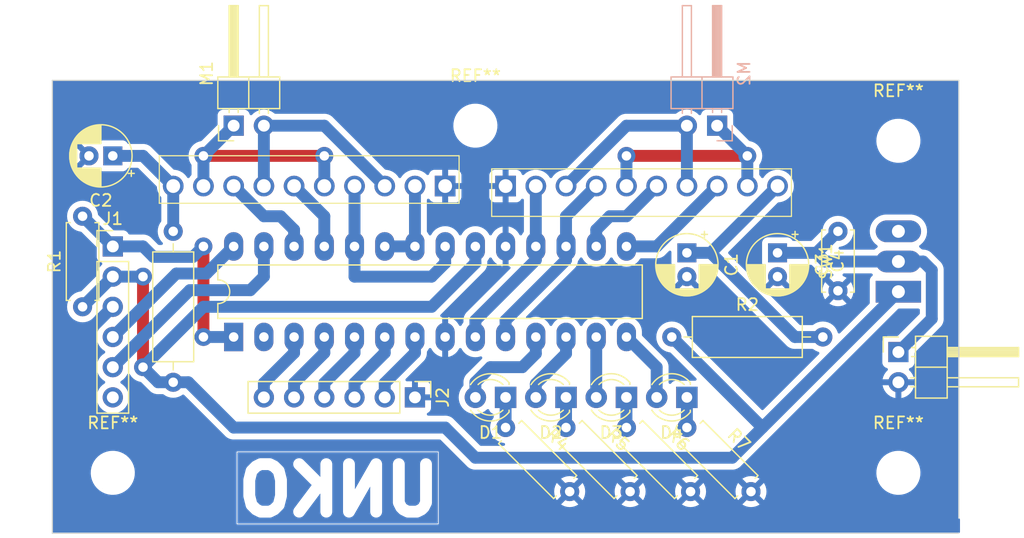
<source format=kicad_pcb>
(kicad_pcb (version 20221018) (generator pcbnew)
  (layers (0 "F.Cu" signal) (31 "B.Cu" signal) (34 "B.Paste" user) (35 "F.Paste" user) (36 "B.SilkS" user "B.Silkscreen") (37 "F.SilkS" user "F.Silkscreen") (38 "B.Mask" user) (39 "F.Mask" user) (44 "Edge.Cuts" user))
  (net 0 "")
  (net 1 "Net-(IC1-VPP{slash}~{MCLR}{slash}RE3)")
  (net 2 "GND")
  (net 3 "Net-(IC1-RA7)")
  (net 4 "Net-(IC1-RA6)")
  (net 5 "Net-(D1-K)")
  (net 6 "Net-(D1-A)")
  (net 7 "Net-(D2-K)")
  (net 8 "Net-(D2-A)")
  (net 9 "Net-(IC1-RC4)")
  (net 10 "Net-(IC1-RC5)")
  (net 11 "Net-(D3-K)")
  (net 12 "Net-(IC1-RB0)")
  (net 13 "Net-(IC1-RB1)")
  (net 14 "Net-(IC1-RB4)")
  (net 15 "Net-(IC1-RB5)")
  (net 16 "Net-(IC1-RB6{slash}ICSPCLK)")
  (net 17 "Net-(IC1-RB7{slash}ICSPDAT)")
  (net 18 "Net-(M2--)")
  (net 19 "Net-(M2-+)")
  (net 20 "Net-(Q1-S_3)")
  (net 21 "Net-(M1--)")
  (net 22 "Net-(M1-+)")
  (net 23 "Net-(Q2-S_3)")
  (net 24 "VCC")
  (net 26 "Net-(BT1-+)")
  (net 28 "Net-(D3-A)")
  (net 29 "Net-(D4-K)")
  (net 30 "Net-(D4-A)")
  (net 31 "Net-(IC1-RA1)")
  (net 32 "Net-(IC1-RA2)")
  (net 33 "Net-(IC1-RA3)")
  (net 34 "Net-(IC1-RA4)")
  (net 35 "Net-(IC1-RA5)")
  (footprint "Resistor_THT:R_Axial_DIN0309_L9.0mm_D3.2mm_P12.70mm_Horizontal" (layer "F.Cu") (at 22.86 38.1 90)
    (fp_text reference "R3" hide)
    (fp_text value "R")
    (pad "1" thru_hole circle (at 0 0 90) (size 1.6 1.6) (drill 0.8) (layers "*.Cu" "*.Mask") (net 24 "VCC"))
    (pad "2" thru_hole oval (at 12.7 0 90) (size 1.6 1.6) (drill 0.8) (layers "*.Cu" "*.Mask") (net 23 "Net-(Q2-S_3)"))
  )
  (footprint "Resistor_THT:R_Axial_DIN0207_L6.3mm_D2.5mm_P7.62mm_Horizontal" (layer "F.Cu") (at 55.88 41.91 -45)
    (fp_text reference "R5" (at 3.81 -2.37 135) (layer "F.SilkS"))
    (fp_text value "R")
    (pad "1" thru_hole circle (at 0 0 315) (size 1.6 1.6) (drill 0.8) (layers "*.Cu" "*.Mask") (net 7 "Net-(D2-K)"))
    (pad "2" thru_hole oval (at 7.62 0 315) (size 1.6 1.6) (drill 0.8) (layers "*.Cu" "*.Mask") (net 2 "GND"))
  )
  (footprint "Package_DIP:DIP-28_W7.62mm_LongPads" (layer "F.Cu") (at 27.94 34.29 90)
    (fp_text reference "IC1" hide)
    (fp_text value "PIC16F1778-I_SP")
    (pad "1" thru_hole rect (at 0 0 90) (size 2.4 1.6) (drill 0.8) (layers "*.Cu" "*.Mask") (net 1 "Net-(IC1-VPP{slash}~{MCLR}{slash}RE3)"))
    (pad "2" thru_hole oval (at 0 2.54 90) (size 2.4 1.6) (drill 0.8) (layers "*.Cu" "*.Mask"))
    (pad "3" thru_hole oval (at 0 5.08 90) (size 2.4 1.6) (drill 0.8) (layers "*.Cu" "*.Mask") (net 31 "Net-(IC1-RA1)"))
    (pad "4" thru_hole oval (at 0 7.62 90) (size 2.4 1.6) (drill 0.8) (layers "*.Cu" "*.Mask") (net 32 "Net-(IC1-RA2)"))
    (pad "5" thru_hole oval (at 0 10.16 90) (size 2.4 1.6) (drill 0.8) (layers "*.Cu" "*.Mask") (net 33 "Net-(IC1-RA3)"))
    (pad "6" thru_hole oval (at 0 12.7 90) (size 2.4 1.6) (drill 0.8) (layers "*.Cu" "*.Mask") (net 34 "Net-(IC1-RA4)"))
    (pad "7" thru_hole oval (at 0 15.24 90) (size 2.4 1.6) (drill 0.8) (layers "*.Cu" "*.Mask") (net 35 "Net-(IC1-RA5)"))
    (pad "8" thru_hole oval (at 0 17.78 90) (size 2.4 1.6) (drill 0.8) (layers "*.Cu" "*.Mask") (net 2 "GND"))
    (pad "9" thru_hole oval (at 0 20.32 90) (size 2.4 1.6) (drill 0.8) (layers "*.Cu" "*.Mask") (net 3 "Net-(IC1-RA7)"))
    (pad "10" thru_hole oval (at 0 22.86 90) (size 2.4 1.6) (drill 0.8) (layers "*.Cu" "*.Mask") (net 4 "Net-(IC1-RA6)"))
    (pad "11" thru_hole oval (at 0 25.4 90) (size 2.4 1.6) (drill 0.8) (layers "*.Cu" "*.Mask") (net 6 "Net-(D1-A)"))
    (pad "12" thru_hole oval (at 0 27.94 90) (size 2.4 1.6) (drill 0.8) (layers "*.Cu" "*.Mask") (net 8 "Net-(D2-A)"))
    (pad "13" thru_hole oval (at 0 30.48 90) (size 2.4 1.6) (drill 0.8) (layers "*.Cu" "*.Mask") (net 28 "Net-(D3-A)"))
    (pad "14" thru_hole oval (at 0 33.02 90) (size 2.4 1.6) (drill 0.8) (layers "*.Cu" "*.Mask") (net 30 "Net-(D4-A)"))
    (pad "15" thru_hole oval (at 7.62 33.02 90) (size 2.4 1.6) (drill 0.8) (layers "*.Cu" "*.Mask") (net 9 "Net-(IC1-RC4)"))
    (pad "16" thru_hole oval (at 7.62 30.48 90) (size 2.4 1.6) (drill 0.8) (layers "*.Cu" "*.Mask") (net 10 "Net-(IC1-RC5)"))
    (pad "17" thru_hole oval (at 7.62 27.94 90) (size 2.4 1.6) (drill 0.8) (layers "*.Cu" "*.Mask") (net 4 "Net-(IC1-RA6)"))
    (pad "18" thru_hole oval (at 7.62 25.4 90) (size 2.4 1.6) (drill 0.8) (layers "*.Cu" "*.Mask") (net 3 "Net-(IC1-RA7)"))
    (pad "19" thru_hole oval (at 7.62 22.86 90) (size 2.4 1.6) (drill 0.8) (layers "*.Cu" "*.Mask") (net 2 "GND"))
    (pad "20" thru_hole oval (at 7.62 20.32 90) (size 2.4 1.6) (drill 0.8) (layers "*.Cu" "*.Mask") (net 24 "VCC"))
    (pad "21" thru_hole oval (at 7.62 17.78 90) (size 2.4 1.6) (drill 0.8) (layers "*.Cu" "*.Mask") (net 12 "Net-(IC1-RB0)"))
    (pad "22" thru_hole oval (at 7.62 15.24 90) (size 2.4 1.6) (drill 0.8) (layers "*.Cu" "*.Mask") (net 13 "Net-(IC1-RB1)"))
    (pad "23" thru_hole oval (at 7.62 12.7 90) (size 2.4 1.6) (drill 0.8) (layers "*.Cu" "*.Mask") (net 13 "Net-(IC1-RB1)"))
    (pad "24" thru_hole oval (at 7.62 10.16 90) (size 2.4 1.6) (drill 0.8) (layers "*.Cu" "*.Mask") (net 12 "Net-(IC1-RB0)"))
    (pad "25" thru_hole oval (at 7.62 7.62 90) (size 2.4 1.6) (drill 0.8) (layers "*.Cu" "*.Mask") (net 14 "Net-(IC1-RB4)"))
    (pad "26" thru_hole oval (at 7.62 5.08 90) (size 2.4 1.6) (drill 0.8) (layers "*.Cu" "*.Mask") (net 15 "Net-(IC1-RB5)"))
    (pad "27" thru_hole oval (at 7.62 2.54 90) (size 2.4 1.6) (drill 0.8) (layers "*.Cu" "*.Mask") (net 16 "Net-(IC1-RB6{slash}ICSPCLK)"))
    (pad "28" thru_hole oval (at 7.62 0 90) (size 2.4 1.6) (drill 0.8) (layers "*.Cu" "*.Mask") (net 17 "Net-(IC1-RB7{slash}ICSPDAT)"))
  )
  (footprint "seik:ToggleSW_3pin" (layer "F.Cu") (at 83.82 27.94 90)
    (fp_text reference "SW1" (at 0 -6.096 90 unlocked) (layer "F.SilkS"))
    (fp_text value "SW_SPDT")
    (pad "1" thru_hole rect (at -2.54 0 90) (size 1.8288 3.81) (drill 1.09) (layers "*.Cu" "*.Mask") (net 24 "VCC"))
    (pad "2" thru_hole oval (at 0 0 90) (size 1.8288 3.81) (drill 1.09) (layers "*.Cu" "*.Mask") (net 26 "Net-(BT1-+)"))
    (pad "3" thru_hole oval (at 2.54 0 90) (size 1.8288 3.81) (drill 1.09) (layers "*.Cu" "*.Mask"))
  )
  (footprint "MountingHole:MountingHole_3.2mm_M3" (layer "F.Cu") (at 83.82 45.72)
    (fp_text reference "REF**" (at 0 -4.2) (layer "F.SilkS"))
    (fp_text value "MountingHole_3.2mm_M3")
    (pad "" np_thru_hole circle (at 0 0) (size 3.2 3.2) (drill 3.2) (layers "*.Cu" "*.Mask"))
  )
  (footprint "Capacitor_THT:CP_Radial_D5.0mm_P2.00mm" (layer "F.Cu") (at 73.66 27.21 -90)
    (fp_text reference "C3" (at 1 -3.75 90) (layer "F.SilkS"))
    (fp_text value "C_Polarized")
    (pad "1" thru_hole rect (at 0 0 270) (size 1.6 1.6) (drill 0.8) (layers "*.Cu" "*.Mask") (net 26 "Net-(BT1-+)"))
    (pad "2" thru_hole circle (at 2 0 270) (size 1.6 1.6) (drill 0.8) (layers "*.Cu" "*.Mask") (net 2 "GND"))
  )
  (footprint "Connector_PinHeader_2.54mm:PinHeader_1x06_P2.54mm_Vertical" (layer "F.Cu") (at 43.18 39.37 -90)
    (fp_text reference "J2" (at 0 -2.33 90) (layer "F.SilkS"))
    (fp_text value "Conn_01x06_Pin")
    (pad "1" thru_hole rect (at 0 0 270) (size 1.7 1.7) (drill 1) (layers "*.Cu" "*.Mask") (net 2 "GND"))
    (pad "2" thru_hole oval (at 0 2.54 270) (size 1.7 1.7) (drill 1) (layers "*.Cu" "*.Mask") (net 35 "Net-(IC1-RA5)"))
    (pad "3" thru_hole oval (at 0 5.08 270) (size 1.7 1.7) (drill 1) (layers "*.Cu" "*.Mask") (net 34 "Net-(IC1-RA4)"))
    (pad "4" thru_hole oval (at 0 7.62 270) (size 1.7 1.7) (drill 1) (layers "*.Cu" "*.Mask") (net 33 "Net-(IC1-RA3)"))
    (pad "5" thru_hole oval (at 0 10.16 270) (size 1.7 1.7) (drill 1) (layers "*.Cu" "*.Mask") (net 32 "Net-(IC1-RA2)"))
    (pad "6" thru_hole oval (at 0 12.7 270) (size 1.7 1.7) (drill 1) (layers "*.Cu" "*.Mask") (net 31 "Net-(IC1-RA1)"))
  )
  (footprint "Capacitor_THT:CP_Radial_D5.0mm_P2.00mm" (layer "F.Cu") (at 17.78 19.05 180)
    (fp_text reference "C2" (at 1 -3.75) (layer "F.SilkS"))
    (fp_text value "C_Polarized")
    (pad "1" thru_hole rect (at 0 0 180) (size 1.6 1.6) (drill 0.8) (layers "*.Cu" "*.Mask") (net 23 "Net-(Q2-S_3)"))
    (pad "2" thru_hole circle (at 2 0 180) (size 1.6 1.6) (drill 0.8) (layers "*.Cu" "*.Mask") (net 2 "GND"))
  )
  (footprint "Samacsys:MP4212Q" (layer "F.Cu") (at 45.72 21.59 180)
    (fp_text reference "Q2" hide)
    (fp_text value "MP4212_Q_" hide)
    (pad "1" thru_hole rect (at 0 0 180) (size 1.74 1.74) (drill 1.16) (layers "*.Cu" "*.Mask") (net 2 "GND"))
    (pad "2" thru_hole circle (at 2.54 0 180) (size 1.74 1.74) (drill 1.16) (layers "*.Cu" "*.Mask") (net 13 "Net-(IC1-RB1)"))
    (pad "3" thru_hole circle (at 5.08 0 180) (size 1.74 1.74) (drill 1.16) (layers "*.Cu" "*.Mask") (net 21 "Net-(M1--)"))
    (pad "4" thru_hole circle (at 7.62 0 180) (size 1.74 1.74) (drill 1.16) (layers "*.Cu" "*.Mask") (net 12 "Net-(IC1-RB0)"))
    (pad "5" thru_hole circle (at 10.16 0 180) (size 1.74 1.74) (drill 1.16) (layers "*.Cu" "*.Mask") (net 22 "Net-(M1-+)"))
    (pad "6" thru_hole circle (at 12.7 0 180) (size 1.74 1.74) (drill 1.16) (layers "*.Cu" "*.Mask") (net 14 "Net-(IC1-RB4)"))
    (pad "7" thru_hole circle (at 15.24 0 180) (size 1.74 1.74) (drill 1.16) (layers "*.Cu" "*.Mask") (net 21 "Net-(M1--)"))
    (pad "8" thru_hole circle (at 17.78 0 180) (size 1.74 1.74) (drill 1.16) (layers "*.Cu" "*.Mask") (net 15 "Net-(IC1-RB5)"))
    (pad "9" thru_hole circle (at 20.32 0 180) (size 1.74 1.74) (drill 1.16) (layers "*.Cu" "*.Mask") (net 22 "Net-(M1-+)"))
    (pad "10" thru_hole circle (at 22.86 0 180) (size 1.74 1.74) (drill 1.16) (layers "*.Cu" "*.Mask") (net 23 "Net-(Q2-S_3)"))
  )
  (footprint "Capacitor_THT:CP_Radial_D5.0mm_P2.00mm" (layer "F.Cu") (at 66.04 27.21 -90)
    (fp_text reference "C1" (at 1 -3.75 90) (layer "F.SilkS"))
    (fp_text value "C_Polarized" hide)
    (pad "1" thru_hole rect (at 0 0 270) (size 1.6 1.6) (drill 0.8) (layers "*.Cu" "*.Mask") (net 20 "Net-(Q1-S_3)"))
    (pad "2" thru_hole circle (at 2 0 270) (size 1.6 1.6) (drill 0.8) (layers "*.Cu" "*.Mask") (net 2 "GND"))
  )
  (footprint "LED_THT:LED_D3.0mm" (layer "F.Cu") (at 60.96 39.37 180)
    (fp_text reference "D3" (at 1.27 -2.96) (layer "F.SilkS"))
    (fp_text value "LED")
    (pad "1" thru_hole rect (at 0 0 180) (size 1.8 1.8) (drill 0.9) (layers "*.Cu" "*.Mask") (net 11 "Net-(D3-K)"))
    (pad "2" thru_hole circle (at 2.54 0 180) (size 1.8 1.8) (drill 0.9) (layers "*.Cu" "*.Mask") (net 28 "Net-(D3-A)"))
  )
  (footprint "Connector_PinHeader_2.54mm:PinHeader_1x02_P2.54mm_Horizontal" (layer "F.Cu") (at 27.94 16.51 90)
    (fp_text reference "M1" (at 4.385 -2.27 90) (layer "F.SilkS"))
    (fp_text value "Motor_DC")
    (pad "1" thru_hole rect (at 0 0 90) (size 1.7 1.7) (drill 1) (layers "*.Cu" "*.Mask") (net 22 "Net-(M1-+)"))
    (pad "2" thru_hole oval (at 0 2.54 90) (size 1.7 1.7) (drill 1) (layers "*.Cu" "*.Mask") (net 21 "Net-(M1--)"))
  )
  (footprint "Resistor_THT:R_Axial_DIN0207_L6.3mm_D2.5mm_P7.62mm_Horizontal" (layer "F.Cu") (at 66.04 41.91 -45)
    (fp_text reference "R7" (at 3.81 -2.37 135) (layer "F.SilkS"))
    (fp_text value "R")
    (pad "1" thru_hole circle (at 0 0 315) (size 1.6 1.6) (drill 0.8) (layers "*.Cu" "*.Mask") (net 29 "Net-(D4-K)"))
    (pad "2" thru_hole oval (at 7.62 0 315) (size 1.6 1.6) (drill 0.8) (layers "*.Cu" "*.Mask") (net 2 "GND"))
  )
  (footprint "MountingHole:MountingHole_3.2mm_M3" (layer "F.Cu") (at 48.26 16.51)
    (fp_text reference "REF**" (at 0 -4.2) (layer "F.SilkS"))
    (fp_text value "MountingHole_3.2mm_M3")
    (pad "" np_thru_hole circle (at 0 0) (size 3.2 3.2) (drill 3.2) (layers "*.Cu" "*.Mask"))
  )
  (footprint "Resistor_THT:R_Axial_DIN0207_L6.3mm_D2.5mm_P7.62mm_Horizontal" (layer "F.Cu") (at 15.24 31.75 90)
    (fp_text reference "R1" (at 3.81 -2.37 90) (layer "F.SilkS"))
    (fp_text value "R")
    (pad "1" thru_hole circle (at 0 0 90) (size 1.6 1.6) (drill 0.8) (layers "*.Cu" "*.Mask") (net 24 "VCC"))
    (pad "2" thru_hole oval (at 7.62 0 90) (size 1.6 1.6) (drill 0.8) (layers "*.Cu" "*.Mask") (net 1 "Net-(IC1-VPP{slash}~{MCLR}{slash}RE3)"))
  )
  (footprint "Connector_PinHeader_2.54mm:PinHeader_1x06_P2.54mm_Vertical" (layer "F.Cu") (at 17.78 26.67)
    (fp_text reference "J1" (at 0 -2.33) (layer "F.SilkS"))
    (fp_text value "Conn_01x06_Pin" hide)
    (pad "1" thru_hole rect (at 0 0) (size 1.7 1.7) (drill 1) (layers "*.Cu" "*.Mask") (net 1 "Net-(IC1-VPP{slash}~{MCLR}{slash}RE3)"))
    (pad "2" thru_hole oval (at 0 2.54) (size 1.7 1.7) (drill 1) (layers "*.Cu" "*.Mask") (net 24 "VCC"))
    (pad "3" thru_hole oval (at 0 5.08) (size 1.7 1.7) (drill 1) (layers "*.Cu" "*.Mask") (net 2 "GND"))
    (pad "4" thru_hole oval (at 0 7.62) (size 1.7 1.7) (drill 1) (layers "*.Cu" "*.Mask") (net 17 "Net-(IC1-RB7{slash}ICSPDAT)"))
    (pad "5" thru_hole oval (at 0 10.16) (size 1.7 1.7) (drill 1) (layers "*.Cu" "*.Mask") (net 16 "Net-(IC1-RB6{slash}ICSPCLK)"))
    (pad "6" thru_hole oval (at 0 12.7) (size 1.7 1.7) (drill 1) (layers "*.Cu" "*.Mask"))
  )
  (footprint "Resistor_THT:R_Axial_DIN0207_L6.3mm_D2.5mm_P7.62mm_Horizontal" (layer "F.Cu") (at 60.96 41.91 -45)
    (fp_text reference "R6" (at 3.81 -2.37 135) (layer "F.SilkS"))
    (fp_text value "R")
    (pad "1" thru_hole circle (at 0 0 315) (size 1.6 1.6) (drill 0.8) (layers "*.Cu" "*.Mask") (net 11 "Net-(D3-K)"))
    (pad "2" thru_hole oval (at 7.62 0 315) (size 1.6 1.6) (drill 0.8) (layers "*.Cu" "*.Mask") (net 2 "GND"))
  )
  (footprint "Resistor_THT:R_Axial_DIN0309_L9.0mm_D3.2mm_P12.70mm_Horizontal" (layer "F.Cu") (at 64.77 34.29)
    (fp_text reference "R2" (at 6.35 -2.72) (layer "F.SilkS"))
    (fp_text value "R")
    (pad "1" thru_hole circle (at 0 0) (size 1.6 1.6) (drill 0.8) (layers "*.Cu" "*.Mask") (net 24 "VCC"))
    (pad "2" thru_hole oval (at 12.7 0) (size 1.6 1.6) (drill 0.8) (layers "*.Cu" "*.Mask") (net 20 "Net-(Q1-S_3)"))
  )
  (footprint "Capacitor_THT:C_Disc_D5.0mm_W2.5mm_P5.00mm" (layer "F.Cu") (at 78.74 25.4 -90)
    (fp_text reference "C4" (at 2.5 0.04 90) (layer "F.SilkS"))
    (fp_text value "C")
    (pad "1" thru_hole circle (at 0 0 270) (size 1.6 1.6) (drill 0.8) (layers "*.Cu" "*.Mask") (net 26 "Net-(BT1-+)"))
    (pad "2" thru_hole circle (at 5 0 270) (size 1.6 1.6) (drill 0.8) (layers "*.Cu" "*.Mask") (net 2 "GND"))
  )
  (footprint "Connector_PinHeader_2.54mm:PinHeader_1x02_P2.54mm_Horizontal" (layer "F.Cu") (at 83.82 35.56)
    (fp_text reference "BT1" hide)
    (fp_text value "Battery")
    (pad "1" thru_hole rect (at 0 0) (size 1.7 1.7) (drill 1) (layers "*.Cu" "*.Mask") (net 26 "Net-(BT1-+)"))
    (pad "2" thru_hole oval (at 0 2.54) (size 1.7 1.7) (drill 1) (layers "*.Cu" "*.Mask") (net 2 "GND"))
  )
  (footprint "MountingHole:MountingHole_3.2mm_M3" (layer "F.Cu") (at 17.78 45.72)
    (fp_text reference "REF**" (at 0 -4.2) (layer "F.SilkS"))
    (fp_text value "MountingHole_3.2mm_M3")
    (pad "" np_thru_hole circle (at 0 0) (size 3.2 3.2) (drill 3.2) (layers "*.Cu" "*.Mask"))
  )
  (footprint "Resistor_THT:R_Axial_DIN0207_L6.3mm_D2.5mm_P7.62mm_Horizontal" (layer "F.Cu") (at 50.8 41.91 -45)
    (fp_text reference "R4" (at 3.81 -2.37 135) (layer "F.SilkS"))
    (fp_text value "R")
    (pad "1" thru_hole circle (at 0 0 315) (size 1.6 1.6) (drill 0.8) (layers "*.Cu" "*.Mask") (net 5 "Net-(D1-K)"))
    (pad "2" thru_hole oval (at 7.62 0 315) (size 1.6 1.6) (drill 0.8) (layers "*.Cu" "*.Mask") (net 2 "GND"))
  )
  (footprint "MountingHole:MountingHole_3.2mm_M3" (layer "F.Cu") (at 83.82 17.78)
    (fp_text reference "REF**" (at 0 -4.2) (layer "F.SilkS"))
    (fp_text value "MountingHole_3.2mm_M3")
    (pad "" np_thru_hole circle (at 0 0) (size 3.2 3.2) (drill 3.2) (layers "*.Cu" "*.Mask"))
  )
  (footprint "LED_THT:LED_D3.0mm" (layer "F.Cu") (at 55.88 39.37 180)
    (fp_text reference "D2" (at 1.27 -2.96) (layer "F.SilkS"))
    (fp_text value "LED")
    (pad "1" thru_hole rect (at 0 0 180) (size 1.8 1.8) (drill 0.9) (layers "*.Cu" "*.Mask") (net 7 "Net-(D2-K)"))
    (pad "2" thru_hole circle (at 2.54 0 180) (size 1.8 1.8) (drill 0.9) (layers "*.Cu" "*.Mask") (net 8 "Net-(D2-A)"))
  )
  (footprint "LED_THT:LED_D3.0mm" (layer "F.Cu") (at 50.8 39.37 180)
    (fp_text reference "D1" (at 1.27 -2.96) (layer "F.SilkS"))
    (fp_text value "LED")
    (pad "1" thru_hole rect (at 0 0 180) (size 1.8 1.8) (drill 0.9) (layers "*.Cu" "*.Mask") (net 5 "Net-(D1-K)"))
    (pad "2" thru_hole circle (at 2.54 0 180) (size 1.8 1.8) (drill 0.9) (layers "*.Cu" "*.Mask") (net 6 "Net-(D1-A)"))
  )
  (footprint "LED_THT:LED_D3.0mm" (layer "F.Cu") (at 66.04 39.37 180)
    (fp_text reference "D4" (at 1.27 -2.96) (layer "F.SilkS"))
    (fp_text value "LED")
    (pad "1" thru_hole rect (at 0 0 180) (size 1.8 1.8) (drill 0.9) (layers "*.Cu" "*.Mask") (net 29 "Net-(D4-K)"))
    (pad "2" thru_hole circle (at 2.54 0 180) (size 1.8 1.8) (drill 0.9) (layers "*.Cu" "*.Mask") (net 30 "Net-(D4-A)"))
  )
  (footprint "Samacsys:MP4212Q" (layer "F.Cu") (at 50.8 21.59)
    (fp_text reference "Q1" hide)
    (fp_text value "MP4212_Q_" hide)
    (pad "1" thru_hole rect (at 0 0) (size 1.74 1.74) (drill 1.16) (layers "*.Cu" "*.Mask") (net 2 "GND"))
    (pad "2" thru_hole circle (at 2.54 0) (size 1.74 1.74) (drill 1.16) (layers "*.Cu" "*.Mask") (net 3 "Net-(IC1-RA7)"))
    (pad "3" thru_hole circle (at 5.08 0) (size 1.74 1.74) (drill 1.16) (layers "*.Cu" "*.Mask") (net 18 "Net-(M2--)"))
    (pad "4" thru_hole circle (at 7.62 0) (size 1.74 1.74) (drill 1.16) (layers "*.Cu" "*.Mask") (net 4 "Net-(IC1-RA6)"))
    (pad "5" thru_hole circle (at 10.16 0) (size 1.74 1.74) (drill 1.16) (layers "*.Cu" "*.Mask") (net 19 "Net-(M2-+)"))
    (pad "6" thru_hole circle (at 12.7 0) (size 1.74 1.74) (drill 1.16) (layers "*.Cu" "*.Mask") (net 10 "Net-(IC1-RC5)"))
    (pad "7" thru_hole circle (at 15.24 0) (size 1.74 1.74) (drill 1.16) (layers "*.Cu" "*.Mask") (net 18 "Net-(M2--)"))
    (pad "8" thru_hole circle (at 17.78 0) (size 1.74 1.74) (drill 1.16) (layers "*.Cu" "*.Mask") (net 9 "Net-(IC1-RC4)"))
    (pad "9" thru_hole circle (at 20.32 0) (size 1.74 1.74) (drill 1.16) (layers "*.Cu" "*.Mask") (net 19 "Net-(M2-+)"))
    (pad "10" thru_hole circle (at 22.86 0) (size 1.74 1.74) (drill 1.16) (layers "*.Cu" "*.Mask") (net 20 "Net-(Q1-S_3)"))
  )
  (footprint "Connector_PinHeader_2.54mm:PinHeader_1x02_P2.54mm_Horizontal" (layer "B.Cu") (at 68.58 16.51 90)
    (fp_text reference "M2" (at 4.385 2.27 -270) (layer "B.SilkS") (effects (justify mirror)))
    (fp_text value "Motor_DC")
    (pad "1" thru_hole rect (at 0 0 90) (size 1.7 1.7) (drill 1) (layers "*.Cu" "*.Mask") (net 19 "Net-(M2-+)"))
    (pad "2" thru_hole oval (at 0 -2.54 90) (size 1.7 1.7) (drill 1) (layers "*.Cu" "*.Mask") (net 18 "Net-(M2--)"))
  )
  (gr_line (start 88.9 50.8) (end 12.7 50.8) (stroke (width 0.1)) (layer "Edge.Cuts"))
  (gr_line (start 88.9 12.7) (end 88.9 49.53) (stroke (width 0.1)) (layer "Edge.Cuts"))
  (gr_line (start 12.7 12.7) (end 88.9 12.7) (stroke (width 0.1)) (layer "Edge.Cuts"))
  (gr_line (start 12.7 50.8) (end 12.7 12.7) (stroke (width 0.1)) (layer "Edge.Cuts"))
  (gr_text "UNKO" (at 45.72 49.53) (layer "B.Cu" knockout) (effects (font (size 4 4) (thickness 1) bold) (justify left bottom mirror)))
  (segment (start 25.4 34.29) (end 25.4 26.67) (width 1) (layer "F.Cu") (net 1))
  (via (at 25.4 34.29) (size 1.5) (drill 0.8) (layers "F.Cu" "B.Cu") (net 1))
  (via (at 25.4 26.67) (size 1.5) (drill 0.8) (layers "F.Cu" "B.Cu") (net 1))
  (segment (start 20.32 26.67) (end 21.2 27.55) (width 1) (layer "B.Cu") (net 1))
  (segment (start 15.24 24.13) (end 17.78 26.67) (width 1) (layer "B.Cu") (net 1))
  (segment (start 24.52 27.55) (end 25.4 26.67) (width 1) (layer "B.Cu") (net 1))
  (segment (start 25.4 34.29) (end 27.94 34.29) (width 1) (layer "B.Cu") (net 1))
  (segment (start 17.78 26.67) (end 20.32 26.67) (width 1) (layer "B.Cu") (net 1))
  (segment (start 21.2 27.55) (end 24.52 27.55) (width 1) (layer "B.Cu") (net 1))
  (segment (start 17.78 31.75) (end 15.24 34.29) (width 1) (layer "B.Cu") (net 2))
  (segment (start 53.34 27.81) (end 53.34 26.67) (width 1) (layer "B.Cu") (net 3))
  (segment (start 48.26 32.89) (end 53.34 27.81) (width 1) (layer "B.Cu") (net 3))
  (segment (start 53.34 26.67) (end 53.34 21.59) (width 1) (layer "B.Cu") (net 3))
  (segment (start 48.26 34.29) (end 48.26 32.89) (width 1) (layer "B.Cu") (net 3))
  (segment (start 55.88 27.81) (end 55.88 26.67) (width 1) (layer "B.Cu") (net 4))
  (segment (start 55.88 24.13) (end 58.42 21.59) (width 1) (layer "B.Cu") (net 4))
  (segment (start 55.88 26.67) (end 55.88 24.13) (width 1) (layer "B.Cu") (net 4))
  (segment (start 50.8 32.89) (end 55.88 27.81) (width 1) (layer "B.Cu") (net 4))
  (segment (start 50.8 34.29) (end 50.8 32.89) (width 1) (layer "B.Cu") (net 4))
  (segment (start 50.8 41.91) (end 50.8 39.37) (width 1) (layer "B.Cu") (net 5))
  (segment (start 53.34 35.69) (end 52.2 36.83) (width 1) (layer "B.Cu") (net 6))
  (segment (start 48.26 38.097208) (end 48.26 39.37) (width 1) (layer "B.Cu") (net 6))
  (segment (start 49.527208 36.83) (end 48.26 38.097208) (width 1) (layer "B.Cu") (net 6))
  (segment (start 53.34 34.29) (end 53.34 35.69) (width 1) (layer "B.Cu") (net 6))
  (segment (start 52.2 36.83) (end 49.527208 36.83) (width 1) (layer "B.Cu") (net 6))
  (segment (start 55.88 41.91) (end 55.88 39.37) (width 1) (layer "B.Cu") (net 7))
  (segment (start 53.34 38.23) (end 53.34 39.37) (width 1) (layer "B.Cu") (net 8))
  (segment (start 55.88 34.29) (end 55.88 35.69) (width 1) (layer "B.Cu") (net 8))
  (segment (start 55.88 35.69) (end 53.34 38.23) (width 1) (layer "B.Cu") (net 8))
  (segment (start 60.96 26.67) (end 63.5 26.67) (width 1) (layer "B.Cu") (net 9))
  (segment (start 63.5 26.67) (end 68.58 21.59) (width 1) (layer "B.Cu") (net 9))
  (segment (start 60.96 24.13) (end 63.5 21.59) (width 1) (layer "B.Cu") (net 10))
  (segment (start 58.42 25.27) (end 59.56 24.13) (width 1) (layer "B.Cu") (net 10))
  (segment (start 58.42 26.67) (end 58.42 25.27) (width 1) (layer "B.Cu") (net 10))
  (segment (start 59.56 24.13) (end 60.96 24.13) (width 1) (layer "B.Cu") (net 10))
  (segment (start 60.96 41.91) (end 60.96 39.37) (width 1) (layer "B.Cu") (net 11))
  (segment (start 38.1 26.67) (end 38.1 21.59) (width 1) (layer "B.Cu") (net 12))
  (segment (start 45.72 26.67) (end 45.72 28.07) (width 1) (layer "B.Cu") (net 12))
  (segment (start 44.58 29.21) (end 38.1 29.21) (width 1) (layer "B.Cu") (net 12))
  (segment (start 38.1 29.21) (end 38.1 26.67) (width 1) (layer "B.Cu") (net 12))
  (segment (start 45.72 28.07) (end 44.58 29.21) (width 1) (layer "B.Cu") (net 12))
  (segment (start 43.18 21.59) (end 43.18 26.67) (width 1) (layer "B.Cu") (net 13))
  (segment (start 40.64 26.67) (end 43.18 26.67) (width 1) (layer "B.Cu") (net 13))
  (segment (start 35.56 24.13) (end 35.56 26.67) (width 1) (layer "B.Cu") (net 14))
  (segment (start 33.02 21.59) (end 35.56 24.13) (width 1) (layer "B.Cu") (net 14))
  (segment (start 33.02 26.67) (end 33.02 25.27) (width 1) (layer "B.Cu") (net 15))
  (segment (start 33.02 25.27) (end 31.88 24.13) (width 1) (layer "B.Cu") (net 15))
  (segment (start 31.88 24.13) (end 30.48 24.13) (width 1) (layer "B.Cu") (net 15))
  (segment (start 30.48 24.13) (end 27.94 21.59) (width 1) (layer "B.Cu") (net 15))
  (segment (start 29.34 30.35) (end 24.26 30.35) (width 1) (layer "B.Cu") (net 16))
  (segment (start 30.48 26.67) (end 30.48 29.21) (width 1) (layer "B.Cu") (net 16))
  (segment (start 30.48 29.21) (end 29.34 30.35) (width 1) (layer "B.Cu") (net 16))
  (segment (start 24.26 30.35) (end 17.78 36.83) (width 1) (layer "B.Cu") (net 16))
  (segment (start 25.66 28.95) (end 27.94 26.67) (width 1) (layer "B.Cu") (net 17))
  (segment (start 17.78 34.29) (end 23.12 28.95) (width 1) (layer "B.Cu") (net 17))
  (segment (start 23.12 28.95) (end 25.66 28.95) (width 1) (layer "B.Cu") (net 17))
  (segment (start 55.88 21.59) (end 60.96 16.51) (width 1) (layer "B.Cu") (net 18))
  (segment (start 60.96 16.51) (end 66.04 16.51) (width 1) (layer "B.Cu") (net 18))
  (segment (start 66.04 16.51) (end 66.04 21.59) (width 1) (layer "B.Cu") (net 18))
  (segment (start 71.12 19.05) (end 60.96 19.05) (width 1) (layer "F.Cu") (net 19))
  (via (at 60.96 19.05) (size 1.5) (drill 0.8) (layers "F.Cu" "B.Cu") (net 19))
  (via (at 71.12 19.05) (size 1.5) (drill 0.8) (layers "F.Cu" "B.Cu") (net 19))
  (segment (start 60.96 19.05) (end 60.96 21.59) (width 1) (layer "B.Cu") (net 19))
  (segment (start 71.12 21.59) (end 71.12 19.05) (width 1) (layer "B.Cu") (net 19))
  (segment (start 68.58 16.51) (end 71.12 19.05) (width 1) (layer "B.Cu") (net 19))
  (segment (start 66.04 27.21) (end 68.04 27.21) (width 1) (layer "B.Cu") (net 20))
  (segment (start 68.04 27.21) (end 75.12 34.29) (width 1) (layer "B.Cu") (net 20))
  (segment (start 68.04 27.21) (end 73.66 21.59) (width 1) (layer "B.Cu") (net 20))
  (segment (start 75.12 34.29) (end 77.47 34.29) (width 1) (layer "B.Cu") (net 20))
  (segment (start 30.48 21.59) (end 30.48 16.51) (width 1) (layer "B.Cu") (net 21))
  (segment (start 35.56 16.51) (end 40.64 21.59) (width 1) (layer "B.Cu") (net 21))
  (segment (start 30.48 16.51) (end 35.56 16.51) (width 1) (layer "B.Cu") (net 21))
  (segment (start 35.56 19.05) (end 25.4 19.05) (width 1) (layer "F.Cu") (net 22))
  (via (at 35.56 19.05) (size 1.5) (drill 0.8) (layers "F.Cu" "B.Cu") (net 22))
  (via (at 25.4 19.05) (size 1.5) (drill 0.8) (layers "F.Cu" "B.Cu") (net 22))
  (segment (start 25.4 21.59) (end 25.4 19.05) (width 1) (layer "B.Cu") (net 22))
  (segment (start 35.56 19.05) (end 35.56 21.59) (width 1) (layer "B.Cu") (net 22))
  (segment (start 27.94 16.51) (end 25.4 19.05) (width 1) (layer "B.Cu") (net 22))
  (segment (start 17.78 19.05) (end 20.32 19.05) (width 1) (layer "B.Cu") (net 23))
  (segment (start 22.86 25.4) (end 22.86 21.59) (width 1) (layer "B.Cu") (net 23))
  (segment (start 20.32 19.05) (end 22.86 21.59) (width 1) (layer "B.Cu") (net 23))
  (segment (start 20.32 36.83) (end 20.32 29.21) (width 1) (layer "F.Cu") (net 24))
  (via (at 20.32 29.21) (size 1.5) (drill 0.8) (layers "F.Cu" "B.Cu") (net 24))
  (via (at 20.32 36.83) (size 1.5) (drill 0.8) (layers "F.Cu" "B.Cu") (net 24))
  (segment (start 69.85 44.45) (end 48.26 44.45) (width 1) (layer "B.Cu") (net 24))
  (segment (start 44.58 31.75) (end 25.4 31.75) (width 1) (layer "B.Cu") (net 24))
  (segment (start 48.26 44.45) (end 45.72 41.91) (width 1) (layer "B.Cu") (net 24))
  (segment (start 48.26 26.67) (end 48.26 28.07) (width 1) (layer "B.Cu") (net 24))
  (segment (start 64.77 34.29) (end 72.39 41.91) (width 1) (layer "B.Cu") (net 24))
  (segment (start 20.32 29.21) (end 17.78 29.21) (width 1) (layer "B.Cu") (net 24))
  (segment (start 21.59 38.1) (end 22.86 38.1) (width 1) (layer "B.Cu") (net 24))
  (segment (start 20.32 36.83) (end 21.59 38.1) (width 1) (layer "B.Cu") (net 24))
  (segment (start 17.78 29.21) (end 15.24 31.75) (width 1) (layer "B.Cu") (net 24))
  (segment (start 25.4 31.75) (end 20.32 36.83) (width 1) (layer "B.Cu") (net 24))
  (segment (start 45.72 41.91) (end 27.94 41.91) (width 1) (layer "B.Cu") (net 24))
  (segment (start 27.94 41.91) (end 24.13 38.1) (width 1) (layer "B.Cu") (net 24))
  (segment (start 48.26 28.07) (end 44.58 31.75) (width 1) (layer "B.Cu") (net 24))
  (segment (start 24.13 38.1) (end 22.86 38.1) (width 1) (layer "B.Cu") (net 24))
  (segment (start 83.82 30.48) (end 69.85 44.45) (width 1) (layer "B.Cu") (net 24))
  (segment (start 86.625 28.6656) (end 85.8994 27.94) (width 1) (layer "B.Cu") (net 26))
  (segment (start 77.66 27.94) (end 76.93 27.21) (width 1) (layer "B.Cu") (net 26))
  (segment (start 73.66 27.21) (end 76.93 27.21) (width 1) (layer "B.Cu") (net 26))
  (segment (start 86.625 32.755) (end 86.625 28.6656) (width 1) (layer "B.Cu") (net 26))
  (segment (start 85.8994 27.94) (end 77.66 27.94) (width 1) (layer "B.Cu") (net 26))
  (segment (start 83.82 35.56) (end 86.625 32.755) (width 1) (layer "B.Cu") (net 26))
  (segment (start 78.74 25.4) (end 76.93 27.21) (width 1) (layer "B.Cu") (net 26))
  (segment (start 58.42 39.37) (end 58.42 34.29) (width 1) (layer "B.Cu") (net 28))
  (segment (start 66.04 41.91) (end 66.04 39.37) (width 1) (layer "B.Cu") (net 29))
  (segment (start 63.5 36.83) (end 60.96 34.29) (width 1) (layer "B.Cu") (net 30))
  (segment (start 63.5 39.37) (end 63.5 36.83) (width 1) (layer "B.Cu") (net 30))
  (segment (start 30.48 38.167919) (end 33.02 35.627919) (width 1) (layer "B.Cu") (net 31))
  (segment (start 30.48 39.37) (end 30.48 38.167919) (width 1) (layer "B.Cu") (net 31))
  (segment (start 33.02 35.627919) (end 33.02 34.29) (width 1) (layer "B.Cu") (net 31))
  (segment (start 35.56 35.627919) (end 35.56 34.29) (width 1) (layer "B.Cu") (net 32))
  (segment (start 33.02 39.37) (end 33.02 38.167919) (width 1) (layer "B.Cu") (net 32))
  (segment (start 33.02 38.167919) (end 35.56 35.627919) (width 1) (layer "B.Cu") (net 32))
  (segment (start 35.56 39.37) (end 35.56 38.167919) (width 1) (layer "B.Cu") (net 33))
  (segment (start 38.1 35.627919) (end 38.1 34.29) (width 1) (layer "B.Cu") (net 33))
  (segment (start 35.56 38.167919) (end 38.1 35.627919) (width 1) (layer "B.Cu") (net 33))
  (segment (start 38.1 39.37) (end 38.1 38.167919) (width 1) (layer "B.Cu") (net 34))
  (segment (start 38.1 38.167919) (end 40.64 35.627919) (width 1) (layer "B.Cu") (net 34))
  (segment (start 40.64 35.627919) (end 40.64 34.29) (width 1) (layer "B.Cu") (net 34))
  (segment (start 40.64 38.167919) (end 43.18 35.627919) (width 1) (layer "B.Cu") (net 35))
  (segment (start 43.18 35.627919) (end 43.18 34.29) (width 1) (layer "B.Cu") (net 35))
  (segment (start 40.64 39.37) (end 40.64 38.167919) (width 1) (layer "B.Cu") (net 35))
  (zone (net 2) (net_name "GND") (layer "B.Cu") (connect_pads (clearance 0.5)) (min_thickness 0.25) (fill yes (thermal_gap 0.5) (thermal_bridge_width 0.5))
    (polygon (pts (xy 12.7 50.8) (xy 12.7 12.7) (xy 88.997506 12.7) (xy 88.997506 50.8)))
  )
)
</source>
